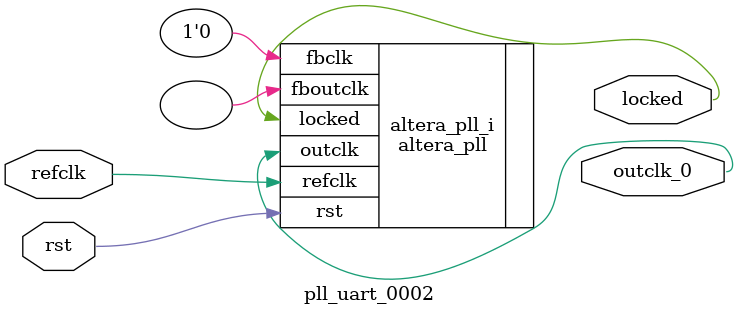
<source format=v>
`timescale 1ns/10ps
module  pll_uart_0002(

	// interface 'refclk'
	input wire refclk,

	// interface 'reset'
	input wire rst,

	// interface 'outclk0'
	output wire outclk_0,

	// interface 'locked'
	output wire locked
);

	altera_pll #(
		.fractional_vco_multiplier("false"),
		.reference_clock_frequency("50.0 MHz"),
		.operation_mode("direct"),
		.number_of_clocks(1),
		.output_clock_frequency0("1.843198 MHz"),
		.phase_shift0("0 ps"),
		.duty_cycle0(50),
		.output_clock_frequency1("0 MHz"),
		.phase_shift1("0 ps"),
		.duty_cycle1(50),
		.output_clock_frequency2("0 MHz"),
		.phase_shift2("0 ps"),
		.duty_cycle2(50),
		.output_clock_frequency3("0 MHz"),
		.phase_shift3("0 ps"),
		.duty_cycle3(50),
		.output_clock_frequency4("0 MHz"),
		.phase_shift4("0 ps"),
		.duty_cycle4(50),
		.output_clock_frequency5("0 MHz"),
		.phase_shift5("0 ps"),
		.duty_cycle5(50),
		.output_clock_frequency6("0 MHz"),
		.phase_shift6("0 ps"),
		.duty_cycle6(50),
		.output_clock_frequency7("0 MHz"),
		.phase_shift7("0 ps"),
		.duty_cycle7(50),
		.output_clock_frequency8("0 MHz"),
		.phase_shift8("0 ps"),
		.duty_cycle8(50),
		.output_clock_frequency9("0 MHz"),
		.phase_shift9("0 ps"),
		.duty_cycle9(50),
		.output_clock_frequency10("0 MHz"),
		.phase_shift10("0 ps"),
		.duty_cycle10(50),
		.output_clock_frequency11("0 MHz"),
		.phase_shift11("0 ps"),
		.duty_cycle11(50),
		.output_clock_frequency12("0 MHz"),
		.phase_shift12("0 ps"),
		.duty_cycle12(50),
		.output_clock_frequency13("0 MHz"),
		.phase_shift13("0 ps"),
		.duty_cycle13(50),
		.output_clock_frequency14("0 MHz"),
		.phase_shift14("0 ps"),
		.duty_cycle14(50),
		.output_clock_frequency15("0 MHz"),
		.phase_shift15("0 ps"),
		.duty_cycle15(50),
		.output_clock_frequency16("0 MHz"),
		.phase_shift16("0 ps"),
		.duty_cycle16(50),
		.output_clock_frequency17("0 MHz"),
		.phase_shift17("0 ps"),
		.duty_cycle17(50),
		.pll_type("General"),
		.pll_subtype("General")
	) altera_pll_i (
		.rst	(rst),
		.outclk	({outclk_0}),
		.locked	(locked),
		.fboutclk	( ),
		.fbclk	(1'b0),
		.refclk	(refclk)
	);
endmodule


</source>
